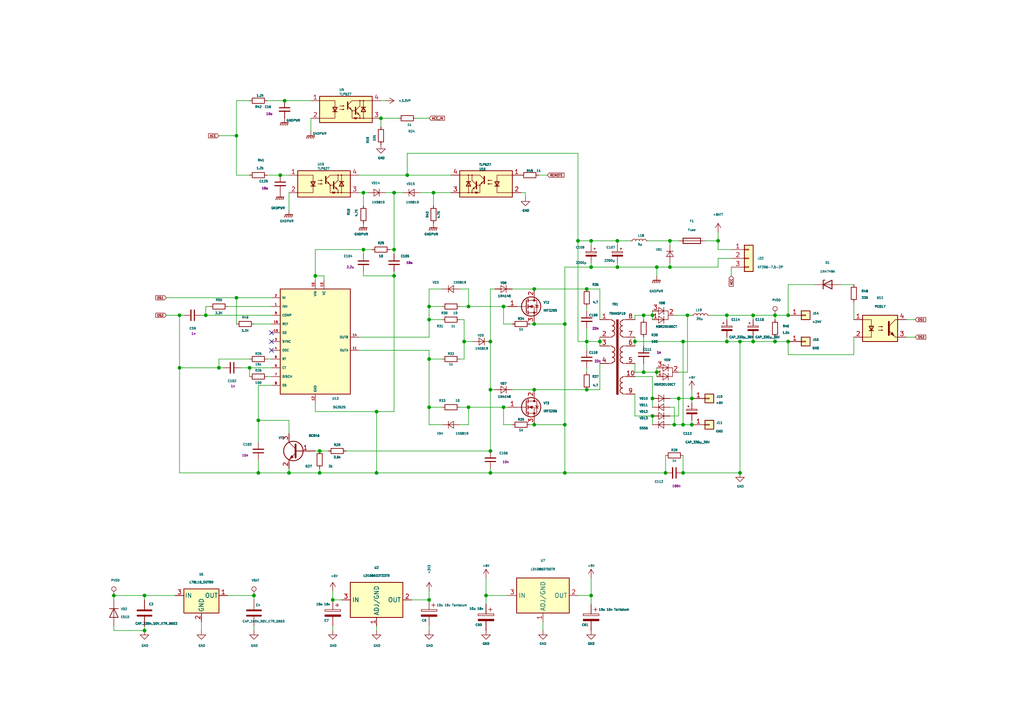
<source format=kicad_sch>
(kicad_sch (version 20231120) (generator "eeschema") (generator_version "8.0")
  (paper "A4")
  (junction (at 33.02 172.72))
  (junction (at 189.23 120.65))
  (junction (at 190.5 77.47))
  (junction (at 196.85 115.57))
  (junction (at 163.83 137.16))
  (junction (at 105.41 72.39))
  (junction (at 184.15 99.06))
  (junction (at 109.22 137.16))
  (junction (at 218.44 91.44))
  (junction (at 142.24 99.06))
  (junction (at 91.44 80.01))
  (junction (at 41.91 182.88))
  (junction (at 167.64 69.85))
  (junction (at 124.46 92.71))
  (junction (at 224.79 91.44))
  (junction (at 210.82 91.44))
  (junction (at 199.39 91.44))
  (junction (at 125.73 55.88))
  (junction (at 73.66 172.72))
  (junction (at 198.12 137.16))
  (junction (at 208.28 69.85))
  (junction (at 63.5 106.68))
  (junction (at 193.04 137.16))
  (junction (at 92.71 137.16))
  (junction (at 110.49 34.29))
  (junction (at 52.07 91.44))
  (junction (at 135.89 88.9))
  (junction (at 114.3 55.88))
  (junction (at 214.63 137.16))
  (junction (at 210.82 99.06))
  (junction (at 163.83 123.19))
  (junction (at 135.89 118.11))
  (junction (at 154.94 123.19))
  (junction (at 224.79 99.06))
  (junction (at 118.11 50.8))
  (junction (at 194.31 69.85))
  (junction (at 228.6 99.06))
  (junction (at 83.82 137.16))
  (junction (at 194.31 77.47))
  (junction (at 171.45 77.47))
  (junction (at 170.18 99.06))
  (junction (at 198.12 123.19))
  (junction (at 74.93 137.16))
  (junction (at 189.23 115.57))
  (junction (at 114.3 72.39))
  (junction (at 92.71 130.81))
  (junction (at 154.94 113.03))
  (junction (at 200.66 123.19))
  (junction (at 68.58 39.37))
  (junction (at 171.45 69.85))
  (junction (at 198.12 99.06))
  (junction (at 124.46 173.99))
  (junction (at 142.24 113.03))
  (junction (at 96.52 173.99))
  (junction (at 105.41 55.88))
  (junction (at 163.83 93.98))
  (junction (at 146.05 118.11))
  (junction (at 171.45 172.72))
  (junction (at 124.46 104.14))
  (junction (at 186.69 107.95))
  (junction (at 41.91 172.72))
  (junction (at 170.18 113.03))
  (junction (at 179.07 69.85))
  (junction (at 72.39 106.68))
  (junction (at 189.23 91.44))
  (junction (at 114.3 80.01))
  (junction (at 154.94 93.98))
  (junction (at 190.5 107.95))
  (junction (at 74.93 121.92))
  (junction (at 228.6 91.44))
  (junction (at 134.62 99.06))
  (junction (at 170.18 83.82))
  (junction (at 82.55 29.21))
  (junction (at 109.22 119.38))
  (junction (at 68.58 86.36))
  (junction (at 179.07 77.47))
  (junction (at 142.24 130.81))
  (junction (at 173.99 99.06))
  (junction (at 59.69 91.44))
  (junction (at 195.58 123.19))
  (junction (at 142.24 137.16))
  (junction (at 154.94 83.82))
  (junction (at 200.66 115.57))
  (junction (at 81.28 50.8))
  (junction (at 140.97 172.72))
  (junction (at 52.07 106.68))
  (junction (at 186.69 91.44))
  (junction (at 124.46 118.11))
  (junction (at 124.46 88.9))
  (junction (at 146.05 88.9))
  (junction (at 214.63 99.06))
  (junction (at 218.44 99.06))
  (no_connect (at 78.74 99.06))
  (no_connect (at 78.74 96.52))
  (no_connect (at 78.74 101.6))
  (wire (pts (xy 83.82 135.89) (xy 83.82 137.16)))
  (wire (pts (xy 163.83 77.47) (xy 163.83 93.98)))
  (wire (pts (xy 154.94 113.03) (xy 170.18 113.03)))
  (wire (pts (xy 194.31 123.19) (xy 195.58 123.19)))
  (wire (pts (xy 171.45 172.72) (xy 171.45 175.26)))
  (wire (pts (xy 82.55 29.21) (xy 90.17 29.21)))
  (wire (pts (xy 124.46 97.79) (xy 104.14 97.79)))
  (wire (pts (xy 189.23 91.44) (xy 189.23 92.71)))
  (wire (pts (xy 92.71 130.81) (xy 95.25 130.81)))
  (wire (pts (xy 189.23 115.57) (xy 189.23 118.11)))
  (wire (pts (xy 109.22 137.16) (xy 142.24 137.16)))
  (wire (pts (xy 134.62 99.06) (xy 134.62 104.14)))
  (wire (pts (xy 224.79 92.71) (xy 224.79 91.44)))
  (wire (pts (xy 96.52 173.99) (xy 99.06 173.99)))
  (wire (pts (xy 146.05 88.9) (xy 146.05 93.98)))
  (wire (pts (xy 68.58 86.36) (xy 68.58 93.98)))
  (wire (pts (xy 114.3 55.88) (xy 114.3 72.39)))
  (wire (pts (xy 58.42 91.44) (xy 59.69 91.44)))
  (wire (pts (xy 128.27 118.11) (xy 124.46 118.11)))
  (wire (pts (xy 135.89 83.82) (xy 135.89 88.9)))
  (wire (pts (xy 109.22 181.61) (xy 109.22 182.88)))
  (wire (pts (xy 73.66 182.88) (xy 73.66 181.61)))
  (wire (pts (xy 105.41 55.88) (xy 106.68 55.88)))
  (wire (pts (xy 208.28 74.93) (xy 212.09 74.93)))
  (wire (pts (xy 83.82 55.88) (xy 83.82 60.96)))
  (wire (pts (xy 170.18 95.25) (xy 170.18 99.06)))
  (wire (pts (xy 199.39 107.95) (xy 199.39 91.44)))
  (wire (pts (xy 228.6 82.55) (xy 228.6 91.44)))
  (wire (pts (xy 187.96 69.85) (xy 194.31 69.85)))
  (wire (pts (xy 163.83 123.19) (xy 163.83 137.16)))
  (wire (pts (xy 198.12 123.19) (xy 200.66 123.19)))
  (wire (pts (xy 128.27 88.9) (xy 124.46 88.9)))
  (wire (pts (xy 91.44 130.81) (xy 92.71 130.81)))
  (wire (pts (xy 142.24 137.16) (xy 142.24 135.89)))
  (wire (pts (xy 214.63 137.16) (xy 214.63 99.06)))
  (wire (pts (xy 111.76 55.88) (xy 114.3 55.88)))
  (wire (pts (xy 189.23 120.65) (xy 189.23 123.19)))
  (wire (pts (xy 236.22 82.55) (xy 228.6 82.55)))
  (wire (pts (xy 63.5 39.37) (xy 68.58 39.37)))
  (wire (pts (xy 114.3 80.01) (xy 114.3 119.38)))
  (wire (pts (xy 41.91 173.99) (xy 41.91 172.72)))
  (wire (pts (xy 190.5 77.47) (xy 190.5 80.01)))
  (wire (pts (xy 205.74 91.44) (xy 210.82 91.44)))
  (wire (pts (xy 173.99 99.06) (xy 170.18 99.06)))
  (wire (pts (xy 119.38 173.99) (xy 124.46 173.99)))
  (wire (pts (xy 33.02 172.72) (xy 33.02 173.99)))
  (wire (pts (xy 142.24 113.03) (xy 142.24 130.81)))
  (wire (pts (xy 218.44 92.71) (xy 218.44 91.44)))
  (wire (pts (xy 124.46 101.6) (xy 124.46 104.14)))
  (wire (pts (xy 199.39 91.44) (xy 200.66 91.44)))
  (wire (pts (xy 194.31 69.85) (xy 196.85 69.85)))
  (wire (pts (xy 224.79 97.79) (xy 224.79 99.06)))
  (wire (pts (xy 179.07 71.12) (xy 179.07 69.85)))
  (wire (pts (xy 52.07 106.68) (xy 52.07 137.16)))
  (wire (pts (xy 48.26 86.36) (xy 68.58 86.36)))
  (wire (pts (xy 147.32 172.72) (xy 140.97 172.72)))
  (wire (pts (xy 167.64 69.85) (xy 171.45 69.85)))
  (wire (pts (xy 128.27 92.71) (xy 124.46 92.71)))
  (wire (pts (xy 154.94 93.98) (xy 163.83 93.98)))
  (wire (pts (xy 133.35 118.11) (xy 135.89 118.11)))
  (wire (pts (xy 163.83 93.98) (xy 163.83 123.19)))
  (wire (pts (xy 83.82 137.16) (xy 92.71 137.16)))
  (wire (pts (xy 133.35 123.19) (xy 135.89 123.19)))
  (wire (pts (xy 243.84 82.55) (xy 247.65 82.55)))
  (wire (pts (xy 125.73 55.88) (xy 125.73 59.69)))
  (wire (pts (xy 146.05 123.19) (xy 148.59 123.19)))
  (wire (pts (xy 105.41 55.88) (xy 105.41 59.69)))
  (wire (pts (xy 124.46 182.88) (xy 124.46 181.61)))
  (wire (pts (xy 110.49 34.29) (xy 110.49 36.83)))
  (wire (pts (xy 208.28 67.31) (xy 208.28 69.85)))
  (wire (pts (xy 114.3 78.74) (xy 114.3 80.01)))
  (wire (pts (xy 92.71 137.16) (xy 92.71 135.89)))
  (wire (pts (xy 189.23 90.17) (xy 189.23 91.44)))
  (wire (pts (xy 72.39 29.21) (xy 68.58 29.21)))
  (wire (pts (xy 78.74 111.76) (xy 74.93 111.76)))
  (wire (pts (xy 91.44 81.28) (xy 91.44 80.01)))
  (wire (pts (xy 124.46 118.11) (xy 124.46 104.14)))
  (wire (pts (xy 198.12 99.06) (xy 210.82 99.06)))
  (wire (pts (xy 196.85 120.65) (xy 196.85 115.57)))
  (wire (pts (xy 63.5 104.14) (xy 63.5 106.68)))
  (wire (pts (xy 41.91 182.88) (xy 41.91 181.61)))
  (wire (pts (xy 41.91 172.72) (xy 50.8 172.72)))
  (wire (pts (xy 105.41 72.39) (xy 105.41 73.66)))
  (wire (pts (xy 77.47 50.8) (xy 81.28 50.8)))
  (wire (pts (xy 104.14 50.8) (xy 118.11 50.8)))
  (wire (pts (xy 198.12 99.06) (xy 198.12 123.19)))
  (wire (pts (xy 33.02 182.88) (xy 41.91 182.88)))
  (wire (pts (xy 146.05 93.98) (xy 148.59 93.98)))
  (wire (pts (xy 59.69 91.44) (xy 78.74 91.44)))
  (wire (pts (xy 210.82 91.44) (xy 218.44 91.44)))
  (wire (pts (xy 134.62 104.14) (xy 133.35 104.14)))
  (wire (pts (xy 92.71 137.16) (xy 109.22 137.16)))
  (wire (pts (xy 208.28 69.85) (xy 208.28 72.39)))
  (wire (pts (xy 179.07 77.47) (xy 171.45 77.47)))
  (wire (pts (xy 194.31 118.11) (xy 195.58 118.11)))
  (wire (pts (xy 66.04 88.9) (xy 78.74 88.9)))
  (wire (pts (xy 133.35 92.71) (xy 134.62 92.71)))
  (wire (pts (xy 128.27 83.82) (xy 124.46 83.82)))
  (wire (pts (xy 124.46 118.11) (xy 124.46 123.19)))
  (wire (pts (xy 74.93 111.76) (xy 74.93 121.92)))
  (wire (pts (xy 262.89 92.71) (xy 265.43 92.71)))
  (wire (pts (xy 228.6 102.87) (xy 228.6 99.06)))
  (wire (pts (xy 179.07 76.2) (xy 179.07 77.47)))
  (wire (pts (xy 105.41 72.39) (xy 107.95 72.39)))
  (wire (pts (xy 195.58 123.19) (xy 198.12 123.19)))
  (wire (pts (xy 184.15 105.41) (xy 184.15 107.95)))
  (wire (pts (xy 90.17 34.29) (xy 90.17 38.1)))
  (wire (pts (xy 214.63 99.06) (xy 218.44 99.06)))
  (wire (pts (xy 224.79 91.44) (xy 228.6 91.44)))
  (wire (pts (xy 124.46 88.9) (xy 124.46 92.71)))
  (wire (pts (xy 72.39 106.68) (xy 78.74 106.68)))
  (wire (pts (xy 52.07 91.44) (xy 53.34 91.44)))
  (wire (pts (xy 73.66 93.98) (xy 78.74 93.98)))
  (wire (pts (xy 142.24 130.81) (xy 100.33 130.81)))
  (wire (pts (xy 109.22 119.38) (xy 109.22 137.16)))
  (wire (pts (xy 137.16 99.06) (xy 134.62 99.06)))
  (wire (pts (xy 247.65 87.63) (xy 247.65 92.71)))
  (wire (pts (xy 63.5 104.14) (xy 72.39 104.14)))
  (wire (pts (xy 135.89 118.11) (xy 146.05 118.11)))
  (wire (pts (xy 142.24 113.03) (xy 142.24 99.06)))
  (wire (pts (xy 114.3 73.66) (xy 114.3 72.39)))
  (wire (pts (xy 170.18 88.9) (xy 170.18 90.17)))
  (wire (pts (xy 190.5 77.47) (xy 194.31 77.47)))
  (wire (pts (xy 152.4 55.88) (xy 152.4 57.15)))
  (wire (pts (xy 184.15 114.3) (xy 184.15 120.65)))
  (wire (pts (xy 154.94 123.19) (xy 163.83 123.19)))
  (wire (pts (xy 73.66 173.99) (xy 73.66 172.72)))
  (wire (pts (xy 140.97 167.64) (xy 140.97 172.72)))
  (wire (pts (xy 195.58 118.11) (xy 195.58 123.19)))
  (wire (pts (xy 33.02 181.61) (xy 33.02 182.88)))
  (wire (pts (xy 196.85 115.57) (xy 194.31 115.57)))
  (wire (pts (xy 124.46 123.19) (xy 128.27 123.19)))
  (wire (pts (xy 66.04 172.72) (xy 73.66 172.72)))
  (wire (pts (xy 186.69 107.95) (xy 190.5 107.95)))
  (wire (pts (xy 208.28 74.93) (xy 208.28 77.47)))
  (wire (pts (xy 91.44 116.84) (xy 91.44 119.38)))
  (wire (pts (xy 167.64 172.72) (xy 171.45 172.72)))
  (wire (pts (xy 186.69 105.41) (xy 186.69 107.95)))
  (wire (pts (xy 189.23 109.22) (xy 189.23 115.57)))
  (wire (pts (xy 118.11 50.8) (xy 130.81 50.8)))
  (wire (pts (xy 153.67 93.98) (xy 154.94 93.98)))
  (wire (pts (xy 186.69 92.71) (xy 186.69 91.44)))
  (wire (pts (xy 196.85 107.95) (xy 199.39 107.95)))
  (wire (pts (xy 218.44 91.44) (xy 224.79 91.44)))
  (wire (pts (xy 200.66 115.57) (xy 200.66 116.84)))
  (wire (pts (xy 77.47 29.21) (xy 82.55 29.21)))
  (wire (pts (xy 218.44 97.79) (xy 218.44 99.06)))
  (wire (pts (xy 190.5 106.68) (xy 190.5 107.95)))
  (wire (pts (xy 135.89 88.9) (xy 146.05 88.9)))
  (wire (pts (xy 200.66 113.03) (xy 200.66 115.57)))
  (wire (pts (xy 204.47 69.85) (xy 208.28 69.85)))
  (wire (pts (xy 74.93 121.92) (xy 74.93 128.27)))
  (wire (pts (xy 210.82 99.06) (xy 214.63 99.06)))
  (wire (pts (xy 152.4 55.88) (xy 151.13 55.88)))
  (wire (pts (xy 186.69 97.79) (xy 186.69 100.33)))
  (wire (pts (xy 91.44 72.39) (xy 105.41 72.39)))
  (wire (pts (xy 224.79 99.06) (xy 228.6 99.06)))
  (wire (pts (xy 93.98 81.28) (xy 93.98 80.01)))
  (wire (pts (xy 110.49 34.29) (xy 115.57 34.29)))
  (wire (pts (xy 184.15 92.71) (xy 184.15 91.44)))
  (wire (pts (xy 170.18 113.03) (xy 173.99 113.03)))
  (wire (pts (xy 58.42 182.88) (xy 58.42 180.34)))
  (wire (pts (xy 173.99 83.82) (xy 173.99 92.71)))
  (wire (pts (xy 198.12 137.16) (xy 198.12 132.08)))
  (wire (pts (xy 143.51 113.03) (xy 142.24 113.03)))
  (wire (pts (xy 262.89 97.79) (xy 265.43 97.79)))
  (wire (pts (xy 114.3 119.38) (xy 109.22 119.38)))
  (wire (pts (xy 60.96 88.9) (xy 59.69 88.9)))
  (wire (pts (xy 134.62 92.71) (xy 134.62 99.06)))
  (wire (pts (xy 210.82 97.79) (xy 210.82 99.06)))
  (wire (pts (xy 133.35 88.9) (xy 135.89 88.9)))
  (wire (pts (xy 167.64 99.06) (xy 170.18 99.06)))
  (wire (pts (xy 194.31 120.65) (xy 196.85 120.65)))
  (wire (pts (xy 48.26 91.44) (xy 52.07 91.44)))
  (wire (pts (xy 72.39 109.22) (xy 72.39 106.68)))
  (wire (pts (xy 195.58 91.44) (xy 199.39 91.44)))
  (wire (pts (xy 68.58 39.37) (xy 68.58 50.8)))
  (wire (pts (xy 133.35 83.82) (xy 135.89 83.82)))
  (wire (pts (xy 173.99 113.03) (xy 173.99 105.41)))
  (wire (pts (xy 184.15 107.95) (xy 186.69 107.95)))
  (wire (pts (xy 83.82 121.92) (xy 74.93 121.92)))
  (wire (pts (xy 171.45 76.2) (xy 171.45 77.47)))
  (wire (pts (xy 196.85 115.57) (xy 200.66 115.57)))
  (wire (pts (xy 118.11 44.45) (xy 167.64 44.45)))
  (wire (pts (xy 173.99 99.06) (xy 173.99 100.33)))
  (wire (pts (xy 74.93 133.35) (xy 74.93 137.16)))
  (wire (pts (xy 247.65 102.87) (xy 228.6 102.87)))
  (wire (pts (xy 170.18 107.95) (xy 170.18 106.68)))
  (wire (pts (xy 184.15 109.22) (xy 189.23 109.22)))
  (wire (pts (xy 194.31 77.47) (xy 208.28 77.47)))
  (wire (pts (xy 153.67 123.19) (xy 154.94 123.19)))
  (wire (pts (xy 157.48 180.34) (xy 157.48 182.88)))
  (wire (pts (xy 81.28 50.8) (xy 83.82 50.8)))
  (wire (pts (xy 121.92 55.88) (xy 125.73 55.88)))
  (wire (pts (xy 110.49 29.21) (xy 111.76 29.21)))
  (wire (pts (xy 135.89 123.19) (xy 135.89 118.11)))
  (wire (pts (xy 52.07 91.44) (xy 52.07 106.68)))
  (wire (pts (xy 154.94 83.82) (xy 170.18 83.82)))
  (wire (pts (xy 247.65 97.79) (xy 247.65 102.87)))
  (wire (pts (xy 96.52 171.45) (xy 96.52 173.99)))
  (wire (pts (xy 68.58 29.21) (xy 68.58 39.37)))
  (wire (pts (xy 186.69 91.44) (xy 189.23 91.44)))
  (wire (pts (xy 124.46 83.82) (xy 124.46 88.9)))
  (wire (pts (xy 167.64 44.45) (xy 167.64 69.85)))
  (wire (pts (xy 218.44 99.06) (xy 224.79 99.06)))
  (wire (pts (xy 143.51 83.82) (xy 142.24 83.82)))
  (wire (pts (xy 91.44 80.01) (xy 93.98 80.01)))
  (wire (pts (xy 91.44 72.39) (xy 91.44 80.01)))
  (wire (pts (xy 59.69 88.9) (xy 59.69 91.44)))
  (wire (pts (xy 194.31 69.85) (xy 194.31 71.12)))
  (wire (pts (xy 156.21 50.8) (xy 158.75 50.8)))
  (wire (pts (xy 198.12 137.16) (xy 214.63 137.16)))
  (wire (pts (xy 104.14 101.6) (xy 124.46 101.6)))
  (wire (pts (xy 200.66 121.92) (xy 200.66 123.19)))
  (wire (pts (xy 124.46 171.45) (xy 124.46 173.99)))
  (wire (pts (xy 193.04 137.16) (xy 163.83 137.16)))
  (wire (pts (xy 146.05 118.11) (xy 146.05 123.19)))
  (wire (pts (xy 128.27 104.14) (xy 124.46 104.14)))
  (wire (pts (xy 179.07 69.85) (xy 171.45 69.85)))
  (wire (pts (xy 104.14 55.88) (xy 105.41 55.88)))
  (wire (pts (xy 124.46 92.71) (xy 124.46 97.79)))
  (wire (pts (xy 96.52 182.88) (xy 96.52 181.61)))
  (wire (pts (xy 184.15 99.06) (xy 198.12 99.06)))
  (wire (pts (xy 68.58 50.8) (xy 72.39 50.8)))
  (wire (pts (xy 120.65 34.29) (xy 124.46 34.29)))
  (wire (pts (xy 146.05 118.11) (xy 147.32 118.11)))
  (wire (pts (xy 142.24 137.16) (xy 163.83 137.16)))
  (wire (pts (xy 77.47 104.14) (xy 78.74 104.14)))
  (wire (pts (xy 140.97 172.72) (xy 140.97 175.26)))
  (wire (pts (xy 105.41 78.74) (xy 105.41 80.01)))
  (wire (pts (xy 105.41 80.01) (xy 114.3 80.01)))
  (wire (pts (xy 125.73 55.88) (xy 130.81 55.88)))
  (wire (pts (xy 68.58 86.36) (xy 78.74 86.36)))
  (wire (pts (xy 190.5 107.95) (xy 190.5 109.22)))
  (wire (pts (xy 182.88 69.85) (xy 179.07 69.85)))
  (wire (pts (xy 154.94 83.82) (xy 148.59 83.82)))
  (wire (pts (xy 171.45 167.64) (xy 171.45 172.72)))
  (wire (pts (xy 69.85 106.68) (xy 72.39 106.68)))
  (wire (pts (xy 184.15 91.44) (xy 186.69 91.44)))
  (wire (pts (xy 146.05 88.9) (xy 147.32 88.9)))
  (wire (pts (xy 83.82 125.73) (xy 83.82 121.92)))
  (wire (pts (xy 170.18 83.82) (xy 173.99 83.82)))
  (wire (pts (xy 208.28 72.39) (xy 212.09 72.39)))
  (wire (pts (xy 212.09 80.01) (xy 212.09 77.47)))
  (wire (pts (xy 163.83 77.47) (xy 171.45 77.47)))
  (wire (pts (xy 52.07 137.16) (xy 74.93 137.16)))
  (wire (pts (xy 154.94 113.03) (xy 148.59 113.03)))
  (wire (pts (xy 118.11 50.8) (xy 118.11 44.45)))
  (wire (pts (xy 167.64 69.85) (xy 167.64 99.06)))
  (wire (pts (xy 210.82 92.71) (xy 210.82 91.44)))
  (wire (pts (xy 184.15 99.06) (xy 184.15 100.33)))
  (wire (pts (xy 52.07 106.68) (xy 63.5 106.68)))
  (wire (pts (xy 33.02 172.72) (xy 41.91 172.72)))
  (wire (pts (xy 114.3 55.88) (xy 116.84 55.88)))
  (wire (pts (xy 184.15 120.65) (xy 189.23 120.65)))
  (wire (pts (xy 190.5 77.47) (xy 179.07 77.47)))
  (wire (pts (xy 113.03 72.39) (xy 114.3 72.39)))
  (wire (pts (xy 74.93 137.16) (xy 83.82 137.16)))
  (wire (pts (xy 77.47 109.22) (xy 78.74 109.22)))
  (wire (pts (xy 63.5 106.68) (xy 64.77 106.68)))
  (wire (pts (xy 142.24 83.82) (xy 142.24 99.06)))
  (wire (pts (xy 193.04 132.08) (xy 193.04 137.16)))
  (wire (pts (xy 91.44 119.38) (xy 109.22 119.38)))
  (wire (pts (xy 170.18 99.06) (xy 170.18 101.6)))
  (wire (pts (xy 184.15 97.79) (xy 184.15 99.06)))
  (wire (pts (xy 173.99 97.79) (xy 173.99 99.06)))
  (wire (pts (xy 171.45 71.12) (xy 171.45 69.85)))
  (wire (pts (xy 194.31 76.2) (xy 194.31 77.47)))
  (global_label "OS1" (shape input) (at 48.26 86.36 180) (effects (font (size 0.635 0.635))) (property "Intersheetrefs" "${INTERSHEET_REFS}" (effects (hide yes))))
  (global_label "ACC" (shape input) (at 212.09 80.01 270) (effects (font (size 0.635 0.635))) (property "Intersheetrefs" "${INTERSHEET_REFS}" (effects (hide yes))))
  (global_label "OS1" (shape input) (at 265.43 92.71 0) (effects (font (size 0.635 0.635))) (property "Intersheetrefs" "${INTERSHEET_REFS}" (effects (hide yes))))
  (global_label "OS2" (shape input) (at 265.43 97.79 0) (effects (font (size 0.635 0.635))) (property "Intersheetrefs" "${INTERSHEET_REFS}" (effects (hide yes))))
  (global_label "ACC_IN" (shape input) (at 124.46 34.29 0) (effects (font (size 0.635 0.635))) (property "Intersheetrefs" "${INTERSHEET_REFS}" (effects (hide yes))))
  (global_label "ACC" (shape input) (at 63.5 39.37 180) (effects (font (size 0.635 0.635))) (property "Intersheetrefs" "${INTERSHEET_REFS}" (effects (hide yes))))
  (global_label "OS2" (shape input) (at 48.26 91.44 180) (effects (font (size 0.635 0.635))) (property "Intersheetrefs" "${INTERSHEET_REFS}" (effects (hide yes))))
  (global_label "REMOTE" (shape input) (at 158.75 50.8 0) (effects (font (size 0.635 0.635))) (property "Intersheetrefs" "${INTERSHEET_REFS}" (effects (hide yes))))
  (symbol (lib_id "AMPP_1466_V0-rescue:+3.3V-power") (at 124.46 171.45 0) (unit 1)
    (property "Reference" "#PWR037" (effects (hide yes)))
    (property "Value" "+3V3" (at 124.46 165.1 90) (effects (font (size 0.635 0.635))))
  )
  (symbol (lib_id "Источник-24в-на-SG3525-rescue:CP_Small-my") (at 171.45 73.66 0) (mirror y) (unit 1)
    (property "Reference" "C108" (at 169.545 71.755 0) (effects (font (size 0.635 0.635)) (justify left)))
    (property "Value" "2200μ" (at 170.18 76.2 0) (effects (font (size 0.635 0.635)) (justify left)))
    (property "Footprint" "Capacitor_THT:CP_Radial_D14.0mm_P5.00mm" (effects (hide yes)))
    (property "Value1" "2200u" (effects (hide yes)))
  )
  (symbol (lib_id "AMPP_1466_V0-rescue:LD1086D2T33TR-Regulator_Linear") (at 109.22 173.99 0) (unit 1)
    (property "Reference" "U2" (at 109.22 164.6682 0) (effects (font (size 0.635 0.635))))
    (property "Value" "LD1086D2T33TR" (at 109.22 166.9796 0) (effects (font (size 0.635 0.635))))
    (property "Footprint" "Package_TO_SOT_SMD:TO-263-2" (effects (hide yes)))
    (property "Datasheet" "https://www.st.com/resource/en/datasheet/ld1086.pdf" (effects (hide yes)))
    (property "MP" "LD1086D2T33TR" (effects (hide yes)))
  )
  (symbol (lib_id "Transistor_FET:IRF3205") (at 152.4 118.11 0) (unit 1)
    (property "Reference" "VT3" (at 157.607 116.9416 0) (effects (font (size 0.635 0.635)) (justify left)))
    (property "Value" "IRF3205" (at 157.607 119.253 0) (effects (font (size 0.635 0.635)) (justify left)))
    (property "Footprint" "Package_TO_SOT_THT:TO-220-3_Horizontal_TabUp" (effects (hide yes)))
    (property "Datasheet" "http://www.irf.com/product-info/datasheets/data/irf3205.pdf" (effects (hide yes)))
  )
  (symbol (lib_id "Источник-24в-на-SG3525-rescue:C_Small-my") (at 55.88 91.44 270) (unit 1)
    (property "Reference" "C59" (at 55.88 95.25 90) (effects (font (size 0.635 0.635))))
    (property "Value" "CAP_1n_50V_X7R_0603" (effects (hide yes)))
    (property "Footprint" "Capacitor_SMD:C_0603_1608Metric" (effects (hide yes)))
    (property "Value1" "1n" (at 56.134 96.774 90) (effects (font (size 0.635 0.635))))
  )
  (symbol (lib_id "power:GNDPWR") (at 82.55 34.29 0) (unit 1)
    (property "Reference" "#PWR081" (effects (hide yes)))
    (property "Value" "GNDPWR" (at 85.09 34.925 0) (effects (font (size 0.635 0.635))))
  )
  (symbol (lib_id "Device:C_Polarized") (at 171.45 179.07 0) (mirror y) (unit 1)
    (property "Reference" "C61" (at 170.688 181.229 0) (effects (font (size 0.635 0.635)) (justify left)))
    (property "Value" "10u 16v Tantalum" (at 178.054 176.784 0) (effects (font (size 0.635 0.635))))
    (property "Footprint" "Capacitor_Tantalum_SMD:CP_EIA-3216-18_Kemet-A" (effects (hide yes)))
    (property "Description" "Polarized capacitor" (effects (hide yes)))
    (property "MP" "CL10B103KB8NNNC" (effects (hide yes)))
    (property "Value1" "10n" (effects (hide yes)))
  )
  (symbol (lib_id "power:+BATT") (at 208.28 67.31 0) (unit 1)
    (property "Reference" "#PWR051" (effects (hide yes)))
    (property "Value" "+BATT" (at 208.28 62.23 0) (effects (font (size 0.635 0.635))))
  )
  (symbol (lib_id "Источник-24в-на-SG3525-rescue:R_Small-my") (at 71.12 93.98 270) (unit 1)
    (property "Reference" "R49" (at 71.12 92.075 90) (effects (font (size 0.635 0.635))))
    (property "Value" "3.3K" (at 71.12 95.885 90) (effects (font (size 0.635 0.635))))
    (property "Footprint" "Resistor_SMD:R_0603_1608Metric" (effects (hide yes)))
  )
  (symbol (lib_id "AMPP_1466_V0-rescue:PVDD-my") (at 33.02 172.72 0) (unit 1)
    (property "Reference" "#PWR08" (effects (hide yes)))
    (property "Value" "PVDD" (at 33.4518 168.3258 0) (effects (font (size 0.635 0.635))))
  )
  (symbol (lib_id "AMPP_1466_V0-rescue:GND-power") (at 109.22 182.88 0) (unit 1)
    (property "Reference" "#PWR036" (effects (hide yes)))
    (property "Value" "GND" (at 109.347 187.2742 0) (effects (font (size 0.635 0.635))))
  )
  (symbol (lib_id "Transistor_BJT:BC846") (at 86.36 130.81 0) (mirror y) (unit 1)
    (property "Reference" "VT1" (at 82.55 127 0) (effects (font (size 0.635 0.635)) (justify left)))
    (property "Value" "BC846" (at 92.71 126.365 0) (effects (font (size 0.635 0.635)) (justify left)))
    (property "Footprint" "Package_TO_SOT_SMD:SOT-23" (effects (hide yes)))
    (property "Datasheet" "https://assets.nexperia.com/documents/data-sheet/BC846_SER.pdf" (effects (hide yes)))
  )
  (symbol (lib_id "Isolator:TLP627") (at 140.97 53.34 0) (mirror y) (unit 1)
    (property "Reference" "U16" (at 138.938 49.022 0) (effects (font (size 0.635 0.635)) (justify right)))
    (property "Value" "TLP627" (at 138.938 47.752 0) (effects (font (size 0.635 0.635)) (justify right)))
    (property "Footprint" "Package_DIP:DIP-4_W7.62mm" (effects (hide yes)))
    (property "Datasheet" "https://toshiba.semicon-storage.com/info/docget.jsp?did=16914&prodName=TLP627" (effects (hide yes)))
    (property "Description" "DC Darlington Optocoupler, Vce 300V, CTR 1000%, DIP4" (effects (hide yes)))
  )
  (symbol (lib_id "Источник-24в-на-SG3525-rescue:D_Small-my") (at 146.05 113.03 180) (unit 1)
    (property "Reference" "VD7" (at 146.05 111.252 0) (effects (font (size 0.635 0.635))))
    (property "Value" "1N4148" (at 146.304 115.062 0) (effects (font (size 0.635 0.635))))
    (property "Footprint" "Diode_SMD:D_SMA" (effects (hide yes)))
  )
  (symbol (lib_id "AMPP_1466_V0-rescue:C-my") (at 41.91 177.8 0) (unit 1)
    (property "Reference" "C2" (at 43.18 175.26 0) (effects (font (size 0.635 0.635)) (justify left)))
    (property "Value" "CAP_330n_50V_X7R_0603" (at 45.339 180.848 0) (effects (font (size 0.635 0.635))))
    (property "Footprint" "Capacitor_SMD:C_0603_1608Metric" (effects (hide yes)))
    (property "MP" "CL10C331JB8NNNC" (effects (hide yes)))
    (property "Value1" "330n" (effects (hide yes)))
  )
  (symbol (lib_id "Connector_Generic:Conn_01x01") (at 205.74 123.19 0) (unit 1)
    (property "Reference" "J11" (at 207.772 122.6312 0) (effects (font (size 0.635 0.635)) (justify left)))
    (property "Value" "GND" (at 207.645 125.095 0) (effects (font (size 0.635 0.635)) (justify left)))
    (property "Footprint" "TestPoint:TestPoint_Pad_1.5x1.5mm" (effects (hide yes)))
  )
  (symbol (lib_id "Источник-24в-на-SG3525-rescue:R_Small-my") (at 186.69 95.25 180) (unit 1)
    (property "Reference" "R38" (at 189.865 97.155 0) (effects (font (size 0.635 0.635))))
    (property "Value" "100" (at 189.865 99.06 0) (effects (font (size 0.635 0.635))))
    (property "Footprint" "Resistor_THT:R_Axial_DIN0204_L3.6mm_D1.6mm_P5.08mm_Vertical" (effects (hide yes)))
  )
  (symbol (lib_id "Источник-24в-на-SG3525-rescue:R_Small-my") (at 130.81 104.14 270) (unit 1)
    (property "Reference" "R32" (at 130.81 102.616 90) (effects (font (size 0.635 0.635))))
    (property "Value" "1k" (at 130.81 105.664 90) (effects (font (size 0.635 0.635))))
    (property "Footprint" "Resistor_SMD:R_0603_1608Metric" (effects (hide yes)))
  )
  (symbol (lib_id "AMPP_1466_V0-rescue:C-my") (at 73.66 177.8 0) (unit 1)
    (property "Reference" "C4" (at 74.168 175.514 0) (effects (font (size 0.635 0.635)) (justify left)))
    (property "Value" "CAP_100n_50V_X7R_0603" (at 76.454 180.213 0) (effects (font (size 0.635 0.635))))
    (property "Footprint" "Capacitor_SMD:C_0603_1608Metric" (effects (hide yes)))
    (property "MP" "CL10B104JB8NNNC" (effects (hide yes)))
    (property "Value1" "100n" (effects (hide yes)))
  )
  (symbol (lib_id "AMPP_1466_V0-rescue:GND-power") (at 96.52 182.88 0) (unit 1)
    (property "Reference" "#PWR019" (effects (hide yes)))
    (property "Value" "GND" (at 96.647 187.2742 0) (effects (font (size 0.635 0.635))))
  )
  (symbol (lib_id "power:GNDPWR") (at 105.41 64.77 0) (unit 1)
    (property "Reference" "#PWR077" (effects (hide yes)))
    (property "Value" "GNDPWR" (at 104.775 67.945 0) (effects (font (size 0.635 0.635))))
  )
  (symbol (lib_id "Источник-24в-на-SG3525-rescue:L_Small-my") (at 185.42 69.85 270) (mirror x) (unit 1)
    (property "Reference" "L18" (at 185.928 68.326 90) (effects (font (size 0.635 0.635))))
    (property "Value" "5μ" (at 185.674 70.866 90) (effects (font (size 0.635 0.635))))
    (property "Footprint" "my:L_Axial_L26.0mm_D9.0mm_P5.08mm_Vertical" (effects (hide yes)))
  )
  (symbol (lib_id "Isolator:TLP627") (at 93.98 53.34 0) (unit 1)
    (property "Reference" "U15" (at 92.075 47.625 0) (effects (font (size 0.635 0.635)) (justify left)))
    (property "Value" "TLP627" (at 92.075 48.895 0) (effects (font (size 0.635 0.635)) (justify left)))
    (property "Footprint" "Package_DIP:DIP-4_W7.62mm" (effects (hide yes)))
    (property "Datasheet" "https://toshiba.semicon-storage.com/info/docget.jsp?did=16914&prodName=TLP627" (effects (hide yes)))
    (property "Description" "DC Darlington Optocoupler, Vce 300V, CTR 1000%, DIP4" (effects (hide yes)))
  )
  (symbol (lib_id "Источник-24в-на-SG3525-rescue:D_Double_Small-my") (at 191.77 91.44 180) (unit 1)
    (property "Reference" "VD8" (at 192.024 87.884 0) (effects (font (size 0.635 0.635))))
    (property "Value" "MBR20100CT" (at 193.294 94.742 0) (effects (font (size 0.635 0.635))))
    (property "Footprint" "Package_TO_SOT_THT:TO-220-3_Horizontal_TabUp" (effects (hide yes)))
  )
  (symbol (lib_id "Regulator_Linear:LD1086DT50TR") (at 157.48 172.72 0) (unit 1)
    (property "Reference" "U7" (at 157.48 162.56 0) (effects (font (size 0.635 0.635))))
    (property "Value" "LD1086DT50TR" (at 157.48 165.1 0) (effects (font (size 0.635 0.635))))
    (property "Footprint" "Package_TO_SOT_SMD:TO-263-2" (effects (hide yes)))
    (property "Datasheet" "https://www.st.com/resource/en/datasheet/ld1086.pdf" (effects (hide yes)))
    (property "Description" "Positive, 1.5A 30V, Linear Regulator, Fixed Output 5V, TO-252" (effects (hide yes)))
  )
  (symbol (lib_id "Источник-24в-на-SG3525-rescue:R_Small-my") (at 151.13 123.19 270) (unit 1)
    (property "Reference" "R35" (at 151.13 121.666 90) (effects (font (size 0.635 0.635))))
    (property "Value" "1k" (at 151.13 124.714 90) (effects (font (size 0.635 0.635))))
    (property "Footprint" "Resistor_SMD:R_0603_1608Metric" (effects (hide yes)))
  )
  (symbol (lib_id "Источник-24в-на-SG3525-rescue:R_Small-my") (at 105.41 62.23 0) (unit 1)
    (property "Reference" "R18" (at 101.092 61.468 90) (effects (font (size 0.635 0.635))))
    (property "Value" "4.7K" (at 103.378 61.722 90) (effects (font (size 0.635 0.635))))
    (property "Footprint" "Resistor_SMD:R_0603_1608Metric" (effects (hide yes)))
  )
  (symbol (lib_id "AMPP_1466_V0-rescue:+6V-power") (at 140.97 167.64 0) (unit 1)
    (property "Reference" "#PWR039" (effects (hide yes)))
    (property "Value" "+6V" (at 140.97 164.084 0) (effects (font (size 0.635 0.635))))
  )
  (symbol (lib_id "AMPP_1466_V0-rescue:GND-power") (at 73.66 182.88 0) (unit 1)
    (property "Reference" "#PWR014" (effects (hide yes)))
    (property "Value" "GND" (at 73.787 187.2742 0) (effects (font (size 0.635 0.635))))
  )
  (symbol (lib_id "AMPP_1466_V0-rescue:VBAT-my") (at 73.66 172.72 0) (unit 1)
    (property "Reference" "#PWR013" (effects (hide yes)))
    (property "Value" "VBAT" (at 74.0918 168.3258 0) (effects (font (size 0.635 0.635))))
  )
  (symbol (lib_id "Connector_Generic:Conn_01x01") (at 205.74 115.57 0) (unit 1)
    (property "Reference" "J10" (at 207.772 115.0112 0) (effects (font (size 0.635 0.635)) (justify left)))
    (property "Value" "+6V" (at 207.645 116.84 0) (effects (font (size 0.635 0.635)) (justify left)))
    (property "Footprint" "TestPoint:TestPoint_Pad_1.5x1.5mm" (effects (hide yes)))
  )
  (symbol (lib_id "power:GND") (at 152.4 57.15 0) (unit 1)
    (property "Reference" "#PWR054" (effects (hide yes)))
    (property "Value" "GND" (at 152.527 61.0616 0) (effects (font (size 0.635 0.635))))
  )
  (symbol (lib_id "Источник-24в-на-SG3525-rescue:CP_Small-my") (at 210.82 95.25 0) (unit 1)
    (property "Reference" "C114" (at 212.09 92.71 0) (effects (font (size 0.635 0.635)) (justify left)))
    (property "Value" "CAP_330μ_35V" (at 211.455 97.79 0) (effects (font (size 0.635 0.635)) (justify left)))
    (property "Footprint" "Capacitor_THT:CP_Radial_D10.0mm_P5.00mm" (effects (hide yes)))
    (property "Value1" "330u" (effects (hide yes)))
  )
  (symbol (lib_id "power:GNDPWR") (at 190.5 80.01 0) (unit 1)
    (property "Reference" "#PWR048" (effects (hide yes)))
    (property "Value" "GNDPWR" (at 190.373 84.455 0) (effects (font (size 0.635 0.635))))
  )
  (symbol (lib_id "power:GNDPWR") (at 90.17 38.1 0) (unit 1)
    (property "Reference" "#PWR053" (effects (hide yes)))
    (property "Value" "GNDPWR" (at 92.71 38.735 0) (effects (font (size 0.635 0.635))))
  )
  (symbol (lib_id "Источник-24в-на-SG3525-rescue:C_Small-my") (at 195.58 137.16 270) (unit 1)
    (property "Reference" "C112" (at 191.135 139.7 90) (effects (font (size 0.635 0.635))))
    (property "Value" "CAP_100n_50V_X7R_0603" (effects (hide yes)))
    (property "Footprint" "Capacitor_SMD:C_0603_1608Metric" (effects (hide yes)))
    (property "Value1" "100n" (at 196.215 140.97 90) (effects (font (size 0.635 0.635))))
  )
  (symbol (lib_id "Источник-24в-на-SG3525-rescue:D_Small-my") (at 191.77 120.65 180) (unit 1)
    (property "Reference" "VD12" (at 186.69 119.38 0) (effects (font (size 0.635 0.635))))
    (property "Value" "SS56" (effects (hide yes)))
    (property "Footprint" "Diode_SMD:D_SMC" (effects (hide yes)))
  )
  (symbol (lib_id "Источник-24в-на-SG3525-rescue:R_Small-my") (at 92.71 133.35 180) (unit 1)
    (property "Reference" "R27" (at 89.535 135.255 0) (effects (font (size 0.635 0.635))))
    (property "Value" "3k" (at 95.885 135.255 0) (effects (font (size 0.635 0.635))))
    (property "Footprint" "Resistor_SMD:R_0603_1608Metric" (effects (hide yes)))
  )
  (symbol (lib_id "power:GNDPWR") (at 83.82 60.96 0) (unit 1)
    (property "Reference" "#PWR049" (effects (hide yes)))
    (property "Value" "GNDPWR" (at 83.185 64.135 0) (effects (font (size 0.635 0.635))))
  )
  (symbol (lib_id "AMPP_1466_V0-rescue:L78L18_SOT89-Regulator_Linear") (at 58.42 172.72 0) (unit 1)
    (property "Reference" "U1" (at 58.42 166.5732 0) (effects (font (size 0.635 0.635))))
    (property "Value" "L78L18_SOT89" (at 58.42 168.8846 0) (effects (font (size 0.635 0.635))))
    (property "Footprint" "Package_TO_SOT_SMD:SOT-89-3" (effects (hide yes)))
    (property "Datasheet" "http://www.st.com/content/ccc/resource/technical/document/datasheet/15/55/e5/aa/23/5b/43/fd/CD00000446.pdf/files/CD00000446.pdf/jcr:content/translations/en.CD00000446.pdf" (effects (hide yes)))
    (property "MP" "L78L18ACUTR" (effects (hide yes)))
  )
  (symbol (lib_id "Источник-24в-на-SG3525-rescue:TRANSF10-my") (at 179.07 100.33 0) (unit 1)
    (property "Reference" "TR1" (at 178.435 88.265 0) (effects (font (size 0.635 0.635))))
    (property "Value" "TRANSF10" (at 179.07 90.932 0) (effects (font (size 0.635 0.635))))
    (property "Footprint" "00-mylib:Transformer_ETD44_Horizontal" (effects (hide yes)))
  )
  (symbol (lib_id "Источник-24в-на-SG3525-rescue:R_Small-my") (at 74.93 104.14 270) (unit 1)
    (property "Reference" "R25" (at 74.93 102.616 90) (effects (font (size 0.635 0.635))))
    (property "Value" "15k" (at 74.93 105.664 90) (effects (font (size 0.635 0.635))))
    (property "Footprint" "Resistor_SMD:R_0603_1608Metric" (effects (hide yes)))
  )
  (symbol (lib_id "Источник-24в-на-SG3525-rescue:R_Small-my") (at 153.67 50.8 270) (unit 1)
    (property "Reference" "R45" (at 153.67 49.53 90) (effects (font (size 0.635 0.635))))
    (property "Value" "1k" (at 156.21 49.53 90) (effects (font (size 0.635 0.635))))
    (property "Footprint" "Resistor_SMD:R_0603_1608Metric" (effects (hide yes)))
  )
  (symbol (lib_id "Источник-24в-на-SG3525-rescue:D_Small-my") (at 191.77 123.19 0) (unit 1)
    (property "Reference" "VD13" (at 186.69 121.285 0) (effects (font (size 0.635 0.635))))
    (property "Value" "SS56" (effects (hide yes)))
    (property "Footprint" "Diode_SMD:D_SMC" (effects (hide yes)))
  )
  (symbol (lib_id "Источник-24в-на-SG3525-rescue:C_Small-my") (at 81.28 53.34 0) (unit 1)
    (property "Reference" "C125" (at 76.454 52.578 0) (effects (font (size 0.635 0.635))))
    (property "Value" "CAP_10u0_50V_X7R_1206" (effects (hide yes)))
    (property "Footprint" "Capacitor_SMD:C_1206_3216Metric" (effects (hide yes)))
    (property "Value1" "10u" (at 76.835 54.61 0) (effects (font (size 0.635 0.635))))
  )
  (symbol (lib_id "AMPP_1466_V0-rescue:+5V-power") (at 171.45 167.64 0) (unit 1)
    (property "Reference" "#PWR043" (effects (hide yes)))
    (property "Value" "+5V" (at 171.45 164.084 0) (effects (font (size 0.635 0.635))))
  )
  (symbol (lib_id "AMPP_1466_V0-rescue:GND-power") (at 171.45 182.88 0) (unit 1)
    (property "Reference" "#PWR042" (effects (hide yes)))
    (property "Value" "GND" (at 171.45 186.69 0) (effects (font (size 0.635 0.635))))
  )
  (symbol (lib_id "power:+3.3VP") (at 111.76 29.21 270) (unit 1)
    (property "Reference" "#PWR03" (effects (hide yes)))
    (property "Value" "+3.3VP" (at 115.57 29.2099 90) (effects (font (size 0.635 0.635)) (justify left)))
    (property "Description" "Power symbol creates a global label with name \"+3.3VP\"" (effects (hide yes)))
  )
  (symbol (lib_id "Источник-24в-на-SG3525-rescue:R_Small-my") (at 130.81 92.71 270) (unit 1)
    (property "Reference" "R31" (at 127.635 94.615 90) (effects (font (size 0.635 0.635))))
    (property "Value" "1k" (at 131.445 94.615 90) (effects (font (size 0.635 0.635))))
    (property "Footprint" "Resistor_SMD:R_0603_1608Metric" (effects (hide yes)))
  )
  (symbol (lib_id "Источник-24в-на-SG3525-rescue:C_Small-my") (at 186.69 102.87 0) (unit 1)
    (property "Reference" "C111" (at 187.706 101.346 0) (effects (font (size 0.635 0.635))))
    (property "Value" "CAP_1n_50V_X7R_0603" (effects (hide yes)))
    (property "Footprint" "Capacitor_SMD:C_0603_1608Metric" (effects (hide yes)))
    (property "Value1" "1n" (at 191.135 102.235 0) (effects (font (size 0.635 0.635))))
  )
  (symbol (lib_id "Источник-24в-на-SG3525-rescue:C_Small-my") (at 142.24 133.35 180) (unit 1)
    (property "Reference" "C106" (at 146.05 131.445 0) (effects (font (size 0.635 0.635))))
    (property "Value" "CAP_10n_50V_X7R_0603" (effects (hide yes)))
    (property "Footprint" "Capacitor_SMD:C_0603_1608Metric" (effects (hide yes)))
    (property "Value1" "10n" (at 146.685 133.985 0) (effects (font (size 0.635 0.635))))
  )
  (symbol (lib_id "Источник-24в-на-SG3525-rescue:L_Small-my") (at 203.2 91.44 90) (unit 1)
    (property "Reference" "L19" (at 202.692 89.916 90) (effects (font (size 0.635 0.635))))
    (property "Value" "25μ" (at 202.946 92.456 90) (effects (font (size 0.635 0.635))))
    (property "Footprint" "00-mylib:L_Toroid_Vertical_L33.0mm_W17.8mm_P12.70mm_Pulse_KM-5" (effects (hide yes)))
  )
  (symbol (lib_id "Источник-24в-на-SG3525-rescue:D_Small-my") (at 139.7 99.06 180) (unit 1)
    (property "Reference" "VD5" (at 139.446 97.282 0) (effects (font (size 0.635 0.635))))
    (property "Value" "1N5819" (at 139.7 101.092 0) (effects (font (size 0.635 0.635))))
    (property "Footprint" "Diode_SMD:D_SMA" (effects (hide yes)))
  )
  (symbol (lib_id "Isolator:TLP627") (at 100.33 31.75 0) (unit 1)
    (property "Reference" "U5" (at 98.425 26.035 0) (effects (font (size 0.635 0.635)) (justify left)))
    (property "Value" "TLP627" (at 98.425 27.305 0) (effects (font (size 0.635 0.635)) (justify left)))
    (property "Footprint" "Package_DIP:DIP-4_W7.62mm" (effects (hide yes)))
    (property "Datasheet" "https://toshiba.semicon-storage.com/info/docget.jsp?did=16914&prodName=TLP627" (effects (hide yes)))
    (property "Description" "DC Darlington Optocoupler, Vce 300V, CTR 1000%, DIP4" (effects (hide yes)))
  )
  (symbol (lib_id "Источник-24в-на-SG3525-rescue:R_Small-my") (at 195.58 132.08 90) (unit 1)
    (property "Reference" "R39" (at 195.58 130.556 90) (effects (font (size 0.635 0.635))))
    (property "Value" "1k" (at 195.58 133.604 90) (effects (font (size 0.635 0.635))))
    (property "Footprint" "Resistor_SMD:R_0603_1608Metric" (effects (hide yes)))
  )
  (symbol (lib_id "Источник-24в-на-SG3525-rescue:C_Small-my") (at 74.93 130.81 180) (unit 1)
    (property "Reference" "C103" (at 71.755 128.905 0) (effects (font (size 0.635 0.635))))
    (property "Value" "CAP_10n_50V_X7R_0603" (effects (hide yes)))
    (property "Footprint" "Capacitor_SMD:C_0603_1608Metric" (effects (hide yes)))
    (property "Value1" "10n" (at 71.12 132.08 0) (effects (font (size 0.635 0.635))))
  )
  (symbol (lib_id "Источник-24в-на-SG3525-rescue:R_Small-my") (at 110.49 39.37 0) (unit 1)
    (property "Reference" "R19" (at 106.68 40.64 90) (effects (font (size 0.635 0.635))))
    (property "Value" "10k" (at 108.585 40.005 90) (effects (font (size 0.635 0.635))))
    (property "Footprint" "Resistor_SMD:R_0603_1608Metric" (effects (hide yes)))
  )
  (symbol (lib_id "AMPP_1466_V0-rescue:GND-power") (at 58.42 182.88 0) (unit 1)
    (property "Reference" "#PWR012" (effects (hide yes)))
    (property "Value" "GND" (at 58.547 187.2742 0) (effects (font (size 0.635 0.635))))
  )
  (symbol (lib_id "AMPP_1466_V0-rescue:GND-power") (at 124.46 182.88 0) (unit 1)
    (property "Reference" "#PWR038" (effects (hide yes)))
    (property "Value" "GND" (at 124.587 187.2742 0) (effects (font (size 0.635 0.635))))
  )
  (symbol (lib_id "Источник-24в-на-SG3525-rescue:D_Small-my") (at 191.77 115.57 180) (unit 1)
    (property "Reference" "VD10" (at 186.69 115.57 0) (effects (font (size 0.635 0.635))))
    (property "Value" "SS56" (at 186.69 124.206 0) (effects (font (size 0.635 0.635))))
    (property "Footprint" "Diode_SMD:D_SMC" (effects (hide yes)))
  )
  (symbol (lib_id "Device:C_Polarized") (at 124.46 177.8 0) (mirror y) (unit 1)
    (property "Reference" "C8" (at 123.698 179.959 0) (effects (font (size 0.635 0.635)) (justify left)))
    (property "Value" "10u 16v Tantalum" (at 131.064 175.514 0) (effects (font (size 0.635 0.635))))
    (property "Footprint" "Capacitor_Tantalum_SMD:CP_EIA-3216-18_Kemet-A" (effects (hide yes)))
    (property "Description" "Polarized capacitor" (effects (hide yes)))
    (property "MP" "CL10B103KB8NNNC" (effects (hide yes)))
    (property "Value1" "10n" (effects (hide yes)))
  )
  (symbol (lib_id "Device:Fuse") (at 200.66 69.85 270) (unit 1)
    (property "Reference" "F1" (at 200.66 64.135 90) (effects (font (size 0.635 0.635))))
    (property "Value" "Fuse" (at 200.66 66.675 90) (effects (font (size 0.635 0.635))))
    (property "Footprint" "00-mylib:Fuse_Blade_vertical" (effects (hide yes)))
  )
  (symbol (lib_id "Isolator:PC817") (at 255.27 95.25 0) (unit 1)
    (property "Reference" "U11" (at 255.27 86.36 0) (effects (font (size 0.635 0.635))))
    (property "Value" "PC817" (at 255.27 88.9 0) (effects (font (size 0.635 0.635))))
    (property "Footprint" "Package_DIP:DIP-4_W7.62mm" (effects (hide yes)))
    (property "Datasheet" "http://www.soselectronic.cz/a_info/resource/d/pc817.pdf" (effects (hide yes)))
    (property "Description" "DC Optocoupler, Vce 35V, CTR 50-300%, DIP-4" (effects (hide yes)))
  )
  (symbol (lib_id "Connector_Generic:Conn_01x03") (at 217.17 74.93 0) (unit 1)
    (property "Reference" "J22" (at 219.71 74.93 0) (effects (font (size 0.635 0.635)) (justify left)))
    (property "Value" "KF206-7.5-2P" (at 219.71 77.47 0) (effects (font (size 0.635 0.635)) (justify left)))
    (property "Footprint" "00-mylib:DG271R-5.0-03P" (effects (hide yes)))
    (property "Description" "Generic connector, single row, 01x03, script generated (kicad-library-utils/schlib/autogen/connector/)" (effects (hide yes)))
  )
  (symbol (lib_id "Источник-24в-на-SG3525-rescue:C_Small-my") (at 67.31 106.68 270) (unit 1)
    (property "Reference" "C102" (at 67.31 110.49 90) (effects (font (size 0.635 0.635))))
    (property "Value" "CAP_1n_50V_X7R_0603" (effects (hide yes)))
    (property "Footprint" "Capacitor_SMD:C_0603_1608Metric" (effects (hide yes)))
    (property "Value1" "1n" (at 67.564 112.014 90) (effects (font (size 0.635 0.635))))
  )
  (symbol (lib_id "Источник-24в-на-SG3525-rescue:R_Small-my") (at 118.11 34.29 90) (unit 1)
    (property "Reference" "R24" (at 119.38 38.1 90) (effects (font (size 0.635 0.635))))
    (property "Value" "1k" (at 118.745 36.195 90) (effects (font (size 0.635 0.635))))
    (property "Footprint" "Resistor_SMD:R_0603_1608Metric" (effects (hide yes)))
  )
  (symbol (lib_id "power:GNDPWR") (at 125.73 64.77 0) (unit 1)
    (property "Reference" "#PWR080" (effects (hide yes)))
    (property "Value" "GNDPWR" (at 125.095 67.945 0) (effects (font (size 0.635 0.635))))
  )
  (symbol (lib_id "Источник-24в-на-SG3525-rescue:CP_Small-my") (at 200.66 119.38 0) (unit 1)
    (property "Reference" "C113" (at 198.12 125.73 0) (effects (font (size 0.635 0.635)) (justify left)))
    (property "Value" "CAP_330μ_35V" (at 198.755 128.27 0) (effects (font (size 0.635 0.635)) (justify left)))
    (property "Footprint" "Capacitor_THT:CP_Radial_D10.0mm_P5.00mm" (effects (hide yes)))
    (property "Value1" "330u" (effects (hide yes)))
  )
  (symbol (lib_id "Device:C_Polarized") (at 96.52 177.8 0) (mirror y) (unit 1)
    (property "Reference" "C7" (at 95.377 179.959 0) (effects (font (size 0.635 0.635)) (justify left)))
    (property "Value" "10u 16v" (at 93.726 175.26 0) (effects (font (size 0.635 0.635))))
    (property "Footprint" "Capacitor_SMD:CP_Elec_8x10" (effects (hide yes)))
    (property "Description" "Polarized capacitor" (effects (hide yes)))
    (property "MP" "CL10B104JB8NNNC" (effects (hide yes)))
    (property "Value1" "100n" (effects (hide yes)))
  )
  (symbol (lib_id "Connector_Generic:Conn_01x01") (at 233.68 91.44 0) (unit 1)
    (property "Reference" "J14" (at 235.712 90.8812 0) (effects (font (size 0.635 0.635)) (justify left)))
    (property "Value" "+24V" (at 235.585 93.345 0) (effects (font (size 0.635 0.635)) (justify left)))
    (property "Footprint" "TestPoint:TestPoint_Pad_1.5x1.5mm" (effects (hide yes)))
  )
  (symbol (lib_id "Источник-24в-на-SG3525-rescue:D_Small-my") (at 119.38 55.88 0) (unit 1)
    (property "Reference" "VD15" (at 119.126 53.34 0) (effects (font (size 0.635 0.635))))
    (property "Value" "1N5819" (at 119.634 58.674 0) (effects (font (size 0.635 0.635))))
    (property "Footprint" "Diode_SMD:D_SMA" (effects (hide yes)))
  )
  (symbol (lib_id "Источник-24в-на-SG3525-rescue:R_Small-my") (at 130.81 118.11 270) (unit 1)
    (property "Reference" "R33" (at 128.27 116.205 90) (effects (font (size 0.635 0.635))))
    (property "Value" "10" (at 132.715 116.205 90) (effects (font (size 0.635 0.635))))
    (property "Footprint" "Resistor_SMD:R_0603_1608Metric" (effects (hide yes)))
  )
  (symbol (lib_id "Источник-24в-на-SG3525-rescue:D_Small-my") (at 130.81 123.19 0) (unit 1)
    (property "Reference" "VD4" (at 127.635 125.73 0) (effects (font (size 0.635 0.635))))
    (property "Value" "1N5819" (at 133.985 125.73 0) (effects (font (size 0.635 0.635))))
    (property "Footprint" "Diode_SMD:D_SMA" (effects (hide yes)))
  )
  (symbol (lib_id "Источник-24в-на-SG3525-rescue:D_Small-my") (at 109.22 55.88 180) (unit 1)
    (property "Reference" "VD14" (at 108.966 53.086 0) (effects (font (size 0.635 0.635))))
    (property "Value" "1N5819" (at 109.728 58.674 0) (effects (font (size 0.635 0.635))))
    (property "Footprint" "Diode_SMD:D_SMA" (effects (hide yes)))
  )
  (symbol (lib_id "Источник-24в-на-SG3525-rescue:R_Small-my") (at 74.93 29.21 270) (unit 1)
    (property "Reference" "R42" (at 74.93 30.988 90) (effects (font (size 0.635 0.635))))
    (property "Value" "1.2k" (at 75.438 27.686 90) (effects (font (size 0.635 0.635))))
    (property "Footprint" "Resistor_SMD:R_1206_3216Metric" (effects (hide yes)))
  )
  (symbol (lib_id "Источник-24в-на-SG3525-rescue:CP_Small-my") (at 179.07 73.66 0) (mirror y) (unit 1)
    (property "Reference" "C107" (at 178.435 71.755 0) (effects (font (size 0.635 0.635)) (justify left)))
    (property "Value" "2200μ" (at 178.435 75.565 0) (effects (font (size 0.635 0.635)) (justify left)))
    (property "Footprint" "Capacitor_THT:CP_Radial_D14.0mm_P5.00mm" (effects (hide yes)))
    (property "Value1" "2200u" (effects (hide yes)))
  )
  (symbol (lib_id "Источник-24в-на-SG3525-rescue:D_Double_Small-my") (at 193.04 107.95 180) (unit 1)
    (property "Reference" "VD9" (at 193.548 104.394 0) (effects (font (size 0.635 0.635))))
    (property "Value" "MBR20100CT" (at 192.786 111.506 0) (effects (font (size 0.635 0.635))))
    (property "Footprint" "Package_TO_SOT_THT:TO-220-3_Horizontal_TabUp" (effects (hide yes)))
  )
  (symbol (lib_id "power:GND") (at 110.49 41.91 0) (unit 1)
    (property "Reference" "#PWR078" (effects (hide yes)))
    (property "Value" "GND" (at 110.617 45.8216 0) (effects (font (size 0.635 0.635))))
  )
  (symbol (lib_id "Источник-24в-на-SG3525-rescue:D_Small-my") (at 146.05 83.82 180) (unit 1)
    (property "Reference" "VD6" (at 146.05 82.042 0) (effects (font (size 0.635 0.635))))
    (property "Value" "1N4148" (at 146.304 85.852 0) (effects (font (size 0.635 0.635))))
    (property "Footprint" "Diode_SMD:D_SMA" (effects (hide yes)))
  )
  (symbol (lib_id "Источник-24в-на-SG3525-rescue:C_Small-my") (at 114.3 76.2 0) (unit 1)
    (property "Reference" "C105" (at 117.475 74.295 0) (effects (font (size 0.635 0.635))))
    (property "Value" "CAP_10u0_50V_X7R_1206" (effects (hide yes)))
    (property "Footprint" "Capacitor_SMD:C_1206_3216Metric" (effects (hide yes)))
    (property "Value1" "10u" (at 118.745 76.2 0) (effects (font (size 0.635 0.635))))
  )
  (symbol (lib_id "power:GNDPWR") (at 81.28 55.88 0) (unit 1)
    (property "Reference" "#PWR076" (effects (hide yes)))
    (property "Value" "GNDPWR" (at 80.645 60.325 0) (effects (font (size 0.635 0.635))))
  )
  (symbol (lib_id "Источник-24в-на-SG3525-rescue:C_Small-my") (at 82.55 31.75 0) (unit 1)
    (property "Reference" "C16" (at 77.724 30.988 0) (effects (font (size 0.635 0.635))))
    (property "Value" "CAP_10u0_50V_X7R_1206" (effects (hide yes)))
    (property "Footprint" "Capacitor_SMD:C_1206_3216Metric" (effects (hide yes)))
    (property "Value1" "10u" (at 78.105 33.02 0) (effects (font (size 0.635 0.635))))
  )
  (symbol (lib_id "Transistor_FET:IRF3205") (at 152.4 88.9 0) (unit 1)
    (property "Reference" "VT2" (at 157.607 87.7316 0) (effects (font (size 0.635 0.635)) (justify left)))
    (property "Value" "IRF3205" (at 157.607 90.043 0) (effects (font (size 0.635 0.635)) (justify left)))
    (property "Footprint" "Package_TO_SOT_THT:TO-220-3_Horizontal_TabUp" (effects (hide yes)))
    (property "Datasheet" "http://www.irf.com/product-info/datasheets/data/irf3205.pdf" (effects (hide yes)))
  )
  (symbol (lib_id "Источник-24в-на-SG3525-rescue:R_Small-my") (at 170.18 110.49 180) (unit 1)
    (property "Reference" "R37" (at 172.72 109.22 0) (effects (font (size 0.635 0.635))))
    (property "Value" "4.7" (at 172.72 111.76 0) (effects (font (size 0.635 0.635))))
    (property "Footprint" "Resistor_THT:R_Axial_DIN0204_L3.6mm_D1.6mm_P5.08mm_Vertical" (effects (hide yes)))
  )
  (symbol (lib_id "Device:C_Polarized") (at 140.97 179.07 0) (mirror y) (unit 1)
    (property "Reference" "C60" (at 139.827 181.229 0) (effects (font (size 0.635 0.635)) (justify left)))
    (property "Value" "10u 16v" (at 138.176 176.53 0) (effects (font (size 0.635 0.635))))
    (property "Footprint" "Capacitor_SMD:CP_Elec_8x10" (effects (hide yes)))
    (property "Description" "Polarized capacitor" (effects (hide yes)))
    (property "MP" "CL10B104JB8NNNC" (effects (hide yes)))
    (property "Value1" "100n" (effects (hide yes)))
  )
  (symbol (lib_id "Источник-24в-на-SG3525-rescue:SG3525-my") (at 91.44 99.06 0) (unit 1)
    (property "Reference" "U13" (at 97.282 115.57 0) (effects (font (size 0.635 0.635))))
    (property "Value" "SG3525" (at 98.425 118.11 0) (effects (font (size 0.635 0.635))))
    (property "Footprint" "Package_SO:SOIC-16_3.9x9.9mm_P1.27mm" (effects (hide yes)))
    (property "Datasheet" "www.st.com/resource/en/datasheet/sg3525.pdf" (effects (hide yes)))
  )
  (symbol (lib_id "Источник-24в-на-SG3525-rescue:R_Small-my") (at 247.65 85.09 180) (unit 1)
    (property "Reference" "R48" (at 250.825 84.455 0) (effects (font (size 0.635 0.635))))
    (property "Value" "330" (at 250.825 86.36 0) (effects (font (size 0.635 0.635))))
    (property "Footprint" "Resistor_SMD:R_0603_1608Metric" (effects (hide yes)))
  )
  (symbol (lib_id "Источник-24в-на-SG3525-rescue:R_Small-my") (at 74.93 50.8 270) (unit 1)
    (property "Reference" "R41" (at 75.692 46.482 90) (effects (font (size 0.635 0.635))))
    (property "Value" "1.2k" (at 75.438 48.768 90) (effects (font (size 0.635 0.635))))
    (property "Footprint" "Resistor_SMD:R_1206_3216Metric" (effects (hide yes)))
  )
  (symbol (lib_id "Источник-24в-на-SG3525-rescue:R_Small-my") (at 224.79 95.25 180) (unit 1)
    (property "Reference" "R40" (at 227.965 94.615 0) (effects (font (size 0.635 0.635))))
    (property "Value" "1.5k" (at 227.965 96.52 0) (effects (font (size 0.635 0.635))))
    (property "Footprint" "Resistor_THT:R_Axial_DIN0204_L3.6mm_D1.6mm_P5.08mm_Vertical" (effects (hide yes)))
  )
  (symbol (lib_id "Источник-24в-на-SG3525-rescue:R_Small-my") (at 125.73 62.23 0) (unit 1)
    (property "Reference" "R43" (at 123.952 62.23 90) (effects (font (size 0.635 0.635))))
    (property "Value" "4.7K" (at 127.254 62.23 90) (effects (font (size 0.635 0.635))))
    (property "Footprint" "Resistor_SMD:R_0603_1608Metric" (effects (hide yes)))
  )
  (symbol (lib_id "Источник-24в-на-SG3525-rescue:R_Small-my") (at 170.18 86.36 180) (unit 1)
    (property "Reference" "R36" (at 172.72 82.55 0) (effects (font (size 0.635 0.635))))
    (property "Value" "4.7" (at 172.72 87.63 0) (effects (font (size 0.635 0.635))))
    (property "Footprint" "Resistor_THT:R_Axial_DIN0204_L3.6mm_D1.6mm_P5.08mm_Vertical" (effects (hide yes)))
  )
  (symbol (lib_id "AMPP_1466_V0-rescue:+6V-power") (at 96.52 171.45 0) (unit 1)
    (property "Reference" "#PWR015" (effects (hide yes)))
    (property "Value" "+6V" (at 96.9518 167.0558 0) (effects (font (size 0.635 0.635))))
  )
  (symbol (lib_id "AMPP_1466_V0-rescue:GND-power") (at 140.97 182.88 0) (unit 1)
    (property "Reference" "#PWR040" (effects (hide yes)))
    (property "Value" "GND" (at 140.97 186.69 0) (effects (font (size 0.635 0.635))))
  )
  (symbol (lib_id "Источник-24в-на-SG3525-rescue:CP_Small-my") (at 218.44 95.25 0) (unit 1)
    (property "Reference" "C115" (at 219.075 92.71 0) (effects (font (size 0.635 0.635)) (justify left)))
    (property "Value" "CAP_330μ_35V" (at 219.075 97.79 0) (effects (font (size 0.635 0.635)) (justify left)))
    (property "Footprint" "Capacitor_THT:CP_Radial_D10.0mm_P5.00mm" (effects (hide yes)))
    (property "Value1" "330u" (effects (hide yes)))
  )
  (symbol (lib_id "Источник-24в-на-SG3525-rescue:C_Small-my") (at 170.18 104.14 0) (unit 1)
    (property "Reference" "C110" (at 172.085 102.235 0) (effects (font (size 0.635 0.635))))
    (property "Value" "CAP_22n_50V_X7R_0603" (effects (hide yes)))
    (property "Footprint" "Capacitor_SMD:C_0603_1608Metric" (effects (hide yes)))
    (property "Value1" "22n" (at 173.355 104.775 0) (effects (font (size 0.635 0.635))))
  )
  (symbol (lib_id "Источник-24в-на-SG3525-rescue:C_Small-my") (at 170.18 92.71 0) (unit 1)
    (property "Reference" "C109" (at 172.085 91.44 0) (effects (font (size 0.635 0.635))))
    (property "Value" "CAP_22n_50V_X7R_0603" (effects (hide yes)))
    (property "Footprint" "Capacitor_SMD:C_0603_1608Metric" (effects (hide yes)))
    (property "Value1" "22n" (at 172.72 95.25 0) (effects (font (size 0.635 0.635))))
  )
  (symbol (lib_id "power:GND") (at 214.63 137.16 0) (unit 1)
    (property "Reference" "#PWR046" (effects (hide yes)))
    (property "Value" "GND" (at 214.757 141.0716 0) (effects (font (size 0.635 0.635))))
  )
  (symbol (lib_id "Источник-24в-на-SG3525-rescue:R_Small-my") (at 151.13 93.98 270) (unit 1)
    (property "Reference" "R34" (at 151.13 92.456 90) (effects (font (size 0.635 0.635))))
    (property "Value" "1k" (at 151.13 95.504 90) (effects (font (size 0.635 0.635))))
    (property "Footprint" "Resistor_SMD:R_0603_1608Metric" (effects (hide yes)))
  )
  (symbol (lib_id "Источник-24в-на-SG3525-rescue:R_Small-my") (at 63.5 88.9 270) (unit 1)
    (property "Reference" "R50" (at 63.5 86.995 90) (effects (font (size 0.635 0.635))))
    (property "Value" "3.3K" (at 63.5 90.805 90) (effects (font (size 0.635 0.635))))
    (property "Footprint" "Resistor_SMD:R_0603_1608Metric" (effects (hide yes)))
  )
  (symbol (lib_id "Источник-24в-на-SG3525-rescue:R_Small-my") (at 97.79 130.81 270) (unit 1)
    (property "Reference" "R28" (at 97.79 129.032 90) (effects (font (size 0.635 0.635))))
    (property "Value" "3,6k" (at 97.79 132.588 90) (effects (font (size 0.635 0.635))))
    (property "Footprint" "Resistor_SMD:R_0603_1608Metric" (effects (hide yes)))
  )
  (symbol (lib_id "Источник-24в-на-SG3525-rescue:R_Small-my") (at 130.81 88.9 270) (unit 1)
    (property "Reference" "R30" (at 128.905 90.805 90) (effects (font (size 0.635 0.635))))
    (property "Value" "10" (at 132.08 90.805 90) (effects (font (size 0.635 0.635))))
    (property "Footprint" "Resistor_SMD:R_0603_1608Metric" (effects (hide yes)))
  )
  (symbol (lib_id "Источник-24в-на-SG3525-rescue:R_Small-my") (at 74.93 109.22 270) (unit 1)
    (property "Reference" "R26" (at 74.93 107.442 90) (effects (font (size 0.635 0.635))))
    (property "Value" "150" (at 74.93 110.998 90) (effects (font (size 0.635 0.635))))
    (property "Footprint" "Resistor_SMD:R_0603_1608Metric" (effects (hide yes)))
  )
  (symbol (lib_id "AMPP_1466_V0-rescue:D-Device") (at 33.02 177.8 270) (unit 1)
    (property "Reference" "VD2" (at 35.0266 176.6316 90) (effects (font (size 0.635 0.635)) (justify left)))
    (property "Value" "ES1D" (at 35.0266 178.943 90) (effects (font (size 0.635 0.635)) (justify left)))
    (property "Footprint" "Diode_SMD:D_SMA" (effects (hide yes)))
    (property "Datasheet" "Rectifier Diode" (effects (hide yes)))
    (property "MP" "ES1D" (effects (hide yes)))
  )
  (symbol (lib_id "AMPP_1466_V0-rescue:+6V-power") (at 200.66 113.03 0) (unit 1)
    (property "Reference" "#PWR010" (effects (hide yes)))
    (property "Value" "+6V" (at 200.66 109.474 0) (effects (font (size 0.635 0.635))))
  )
  (symbol (lib_id "Источник-24в-на-SG3525-rescue:D_Small-my") (at 194.31 73.66 270) (unit 1)
    (property "Reference" "VD1" (at 191.135 72.39 90) (effects (font (size 0.635 0.635))))
    (property "Value" "SS56" (effects (hide yes)))
    (property "Footprint" "Diode_SMD:D_SMC" (effects (hide yes)))
  )
  (symbol (lib_id "Источник-24в-на-SG3525-rescue:R_Small-my") (at 110.49 72.39 270) (unit 1)
    (property "Reference" "R29" (at 110.49 70.485 90) (effects (font (size 0.635 0.635))))
    (property "Value" "10" (at 110.49 74.295 90) (effects (font (size 0.635 0.635))))
    (property "Footprint" "Resistor_SMD:R_0603_1608Metric" (effects (hide yes)))
  )
  (symbol (lib_id "Connector_Generic:Conn_01x01") (at 233.68 99.06 0) (unit 1)
    (property "Reference" "J16" (at 235.712 98.5012 0) (effects (font (size 0.635 0.635)) (justify left)))
    (property "Value" "GND" (at 235.585 100.965 0) (effects (font (size 0.635 0.635)) (justify left)))
    (property "Footprint" "TestPoint:TestPoint_Pad_1.5x1.5mm" (effects (hide yes)))
  )
  (symbol (lib_id "Источник-24в-на-SG3525-rescue:D_Small-my") (at 130.81 83.82 0) (unit 1)
    (property "Reference" "VD3" (at 126.365 81.915 0) (effects (font (size 0.635 0.635))))
    (property "Value" "1N5819" (at 133.35 81.915 0) (effects (font (size 0.635 0.635))))
    (property "Footprint" "Diode_SMD:D_SMA" (effects (hide yes)))
  )
  (symbol (lib_id "Источник-24в-на-SG3525-rescue:D_Small-my") (at 191.77 118.11 0) (unit 1)
    (property "Reference" "VD11" (at 186.69 117.475 0) (effects (font (size 0.635 0.635))))
    (property "Value" "SS56" (effects (hide yes)))
    (property "Footprint" "Diode_SMD:D_SMC" (effects (hide yes)))
  )
  (symbol (lib_id "AMPP_1466_V0-rescue:PVDD-my") (at 224.79 91.44 0) (unit 1)
    (property "Reference" "#PWR047" (effects (hide yes)))
    (property "Value" "PVDD" (at 225.2218 87.0458 0) (effects (font (size 0.635 0.635))))
  )
  (symbol (lib_id "Источник-24в-на-SG3525-rescue:C_Small-my") (at 105.41 76.2 0) (unit 1)
    (property "Reference" "C104" (at 100.965 74.295 0) (effects (font (size 0.635 0.635))))
    (property "Value" "CAP_2u2_50V_X7R_1206" (effects (hide yes)))
    (property "Footprint" "Capacitor_SMD:C_1206_3216Metric" (effects (hide yes)))
    (property "Value1" "2.2u" (at 101.6 77.47 0) (effects (font (size 0.635 0.635))))
  )
  (symbol (lib_id "Device:D_Zener") (at 240.03 82.55 0) (unit 1)
    (property "Reference" "D1" (at 240.03 76.2 0) (effects (font (size 0.635 0.635))))
    (property "Value" "1N4749A" (at 240.03 78.74 0) (effects (font (size 0.635 0.635))))
    (property "Footprint" "Diode_THT:D_DO-34_SOD68_P7.62mm_Horizontal" (effects (hide yes)))
    (property "Description" "Zener diode  24V" (effects (hide yes)))
  )
  (symbol (lib_id "AMPP_1466_V0-rescue:GND-power") (at 157.48 182.88 0) (unit 1)
    (property "Reference" "#PWR041" (effects (hide yes)))
    (property "Value" "GND" (at 157.48 186.69 0) (effects (font (size 0.635 0.635))))
  )
  (symbol (lib_id "AMPP_1466_V0-rescue:GND-power") (at 41.91 182.88 0) (unit 1)
    (property "Reference" "#PWR09" (effects (hide yes)))
    (property "Value" "GND" (at 42.037 187.2742 0) (effects (font (size 0.635 0.635))))
  )
)
</source>
